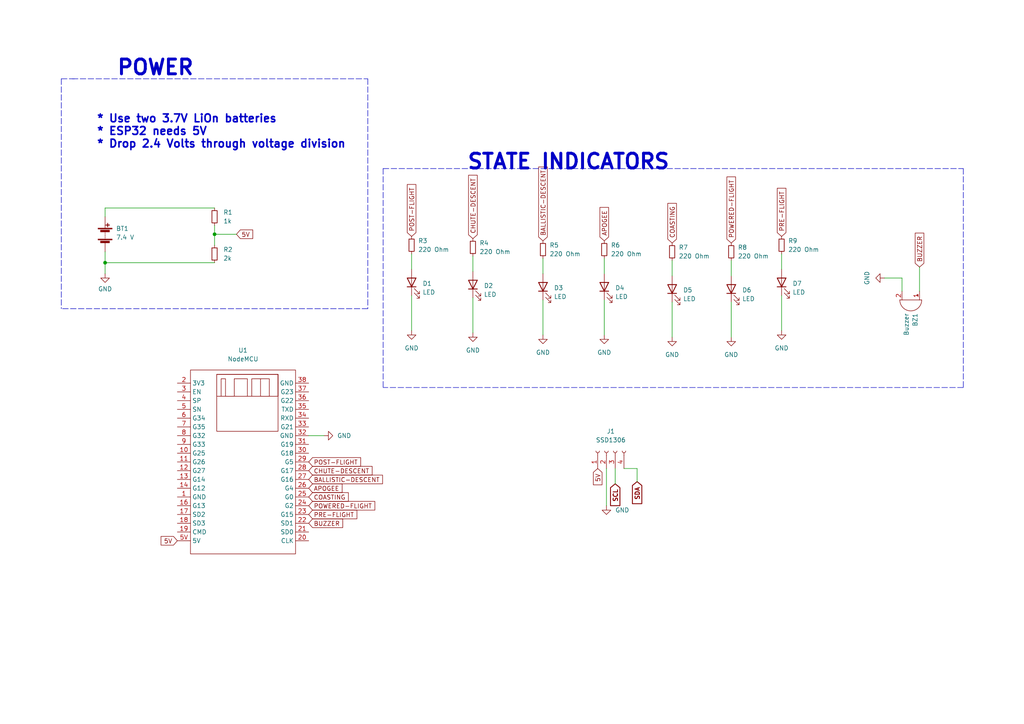
<source format=kicad_sch>
(kicad_sch (version 20211123) (generator eeschema)
  (paper "A4")
  (lib_symbols
    (symbol "Connector:Conn_01x04_Female" (pin_names (offset 1.016) hide)
      (property "Reference" "J" (at 0 5.08 0))
      (property "Value" "Conn_01x04_Female" (at 0 -7.62 0))
      (symbol "Conn_01x04_Female_1_1"
        (arc (start 0 -4.572) (mid -0.508 -5.08) (end 0 -5.588) (stroke (width 0.1524)))
        (arc (start 0 -2.032) (mid -0.508 -2.54) (end 0 -3.048) (stroke (width 0.1524)))
        (polyline (pts (xy -1.27 -5.08) (xy -0.508 -5.08)) (stroke (width 0.1524)))
        (polyline (pts (xy -1.27 -2.54) (xy -0.508 -2.54)) (stroke (width 0.1524)))
        (polyline (pts (xy -1.27 0) (xy -0.508 0)) (stroke (width 0.1524)))
        (polyline (pts (xy -1.27 2.54) (xy -0.508 2.54)) (stroke (width 0.1524)))
        (arc (start 0 0.508) (mid -0.508 0) (end 0 -0.508) (stroke (width 0.1524)))
        (arc (start 0 3.048) (mid -0.508 2.54) (end 0 2.032) (stroke (width 0.1524)))
        (pin passive line (at -5.08 2.54 0) (length 3.81) (name "Pin_1") (number "1"))
        (pin passive line (at -5.08 0 0) (length 3.81) (name "Pin_2") (number "2"))
        (pin passive line (at -5.08 -2.54 0) (length 3.81) (name "Pin_3") (number "3"))
        (pin passive line (at -5.08 -5.08 0) (length 3.81) (name "Pin_4") (number "4"))
      )
    )
    (symbol "DEV_BOARDS:NodeMCU"
      (property "Reference" "U" (at 13.97 3.81 0))
      (property "Value" "NodeMCU" (at 13.97 1.27 0))
      (symbol "NodeMCU_0_1"
        (polyline (pts (xy 20.32 -2.54) (xy 20.32 -7.62) (xy 22.86 -7.62) (xy 22.86 -2.54)))
        (polyline (pts (xy 22.86 -2.54) (xy 20.32 -2.54) (xy 17.78 -2.54) (xy 17.78 -7.62)))
        (polyline (pts (xy 8.89 -7.62) (xy 8.89 -2.54) (xy 10.16 -2.54) (xy 10.16 -7.62) (xy 12.7 -7.62) (xy 12.7 -2.54) (xy 16.51 -2.54) (xy 16.51 -7.62)))
        (rectangle (start 0 0) (end 30.48 -53.34))
        (rectangle (start 7.62 -1.27) (end 7.62 -1.27))
        (rectangle (start 7.62 -1.27) (end 7.62 -1.27))
        (rectangle (start 7.62 -1.27) (end 25.4 -17.78))
        (rectangle (start 25.4 -7.62) (end 7.62 -1.27))
      )
      (symbol "NodeMCU_1_1"
        (pin passive line (at -3.81 -36.83 0) (length 3.81) (name "GND") (number "1"))
        (pin passive line (at -3.81 -24.13 0) (length 3.81) (name "G25") (number "10"))
        (pin passive line (at -3.81 -26.67 0) (length 3.81) (name "G26") (number "11"))
        (pin passive line (at -3.81 -29.21 0) (length 3.81) (name "G27") (number "12"))
        (pin passive line (at -3.81 -31.75 0) (length 3.81) (name "G14") (number "13"))
        (pin passive line (at -3.81 -34.29 0) (length 3.81) (name "G12") (number "14"))
        (pin passive line (at -3.81 -39.37 0) (length 3.81) (name "G13") (number "16"))
        (pin passive line (at -3.81 -41.91 0) (length 3.81) (name "SD2") (number "17"))
        (pin passive line (at -3.81 -44.45 0) (length 3.81) (name "SD3") (number "18"))
        (pin passive line (at -3.81 -46.99 0) (length 3.81) (name "CMD") (number "19"))
        (pin passive line (at -3.81 -3.81 0) (length 3.81) (name "3V3") (number "2"))
        (pin passive line (at 34.29 -49.53 180) (length 3.81) (name "CLK") (number "20"))
        (pin passive line (at 34.29 -46.99 180) (length 3.81) (name "SD0") (number "21"))
        (pin passive line (at 34.29 -44.45 180) (length 3.81) (name "SD1") (number "22"))
        (pin passive line (at 34.29 -41.91 180) (length 3.81) (name "G15") (number "23"))
        (pin passive line (at 34.29 -39.37 180) (length 3.81) (name "G2") (number "24"))
        (pin passive line (at 34.29 -36.83 180) (length 3.81) (name "G0") (number "25"))
        (pin passive line (at 34.29 -34.29 180) (length 3.81) (name "G4") (number "26"))
        (pin passive line (at 34.29 -31.75 180) (length 3.81) (name "G16") (number "27"))
        (pin passive line (at 34.29 -29.21 180) (length 3.81) (name "G17") (number "28"))
        (pin passive line (at 34.29 -26.67 180) (length 3.81) (name "G5") (number "29"))
        (pin passive line (at -3.81 -6.35 0) (length 3.81) (name "EN") (number "3"))
        (pin passive line (at 34.29 -24.13 180) (length 3.81) (name "G18") (number "30"))
        (pin passive line (at 34.29 -21.59 180) (length 3.81) (name "G19") (number "31"))
        (pin passive line (at 34.29 -19.05 180) (length 3.81) (name "GND") (number "32"))
        (pin passive line (at 34.29 -16.51 180) (length 3.81) (name "G21") (number "33"))
        (pin passive line (at 34.29 -13.97 180) (length 3.81) (name "RXD") (number "34"))
        (pin passive line (at 34.29 -11.43 180) (length 3.81) (name "TXD") (number "35"))
        (pin passive line (at 34.29 -8.89 180) (length 3.81) (name "G22") (number "36"))
        (pin passive line (at 34.29 -6.35 180) (length 3.81) (name "G23") (number "37"))
        (pin passive line (at 34.29 -3.81 180) (length 3.81) (name "GND") (number "38"))
        (pin passive line (at -3.81 -8.89 0) (length 3.81) (name "SP") (number "4"))
        (pin passive line (at -3.81 -11.43 0) (length 3.81) (name "SN") (number "5"))
        (pin passive line (at -3.81 -49.53 0) (length 3.81) (name "5V") (number "5V"))
        (pin passive line (at -3.81 -13.97 0) (length 3.81) (name "G34") (number "6"))
        (pin passive line (at -3.81 -16.51 0) (length 3.81) (name "G35") (number "7"))
        (pin passive line (at -3.81 -19.05 0) (length 3.81) (name "G32") (number "8"))
        (pin passive line (at -3.81 -21.59 0) (length 3.81) (name "G33") (number "9"))
      )
    )
    (symbol "Device:Battery" (pin_numbers hide) (pin_names (offset 0) hide)
      (property "Reference" "BT" (at 2.54 2.54 0))
      (property "Value" "Battery" (at 2.54 0 0))
      (symbol "Battery_0_1"
        (rectangle (start -2.032 -1.397) (end 2.032 -1.651) (fill (type outline)))
        (rectangle (start -2.032 1.778) (end 2.032 1.524) (fill (type outline)))
        (rectangle (start -1.3208 -1.9812) (end 1.27 -2.4892) (fill (type outline)))
        (rectangle (start -1.3208 1.1938) (end 1.27 0.6858) (fill (type outline)))
        (polyline (pts (xy 0 -1.524) (xy 0 -1.27)))
        (polyline (pts (xy 0 -1.016) (xy 0 -0.762)))
        (polyline (pts (xy 0 -0.508) (xy 0 -0.254)))
        (polyline (pts (xy 0 0) (xy 0 0.254)))
        (polyline (pts (xy 0 0.508) (xy 0 0.762)))
        (polyline (pts (xy 0 1.778) (xy 0 2.54)))
        (polyline (pts (xy 0.254 2.667) (xy 1.27 2.667)) (stroke (width 0.254)))
        (polyline (pts (xy 0.762 3.175) (xy 0.762 2.159)) (stroke (width 0.254)))
      )
      (symbol "Battery_1_1"
        (pin passive line (at 0 5.08 270) (length 2.54) (name "+") (number "1"))
        (pin passive line (at 0 -5.08 90) (length 2.54) (name "-") (number "2"))
      )
    )
    (symbol "Device:Buzzer" (pin_names (offset 0.0254) hide)
      (property "Reference" "BZ" (at 3.81 1.27 0))
      (property "Value" "Buzzer" (at 3.81 -1.27 0))
      (symbol "Buzzer_0_1"
        (arc (start 0 -3.175) (mid 3.175 0) (end 0 3.175))
        (polyline (pts (xy -1.651 1.905) (xy -1.143 1.905)))
        (polyline (pts (xy -1.397 2.159) (xy -1.397 1.651)))
        (polyline (pts (xy 0 3.175) (xy 0 -3.175)))
      )
      (symbol "Buzzer_1_1"
        (pin passive line (at -2.54 2.54 0) (length 2.54) (name "-") (number "1"))
        (pin passive line (at -2.54 -2.54 0) (length 2.54) (name "+") (number "2"))
      )
    )
    (symbol "Device:LED" (pin_numbers hide) (pin_names (offset 1.016) hide)
      (property "Reference" "D" (at 0 2.54 0))
      (property "Value" "LED" (at 0 -2.54 0))
      (symbol "LED_0_1"
        (polyline (pts (xy -1.27 -1.27) (xy -1.27 1.27)) (stroke (width 0.254)))
        (polyline (pts (xy -1.27 0) (xy 1.27 0)))
        (polyline (pts (xy 1.27 -1.27) (xy 1.27 1.27) (xy -1.27 0) (xy 1.27 -1.27)) (stroke (width 0.254)))
        (polyline (pts (xy -3.048 -0.762) (xy -4.572 -2.286) (xy -3.81 -2.286) (xy -4.572 -2.286) (xy -4.572 -1.524)))
        (polyline (pts (xy -1.778 -0.762) (xy -3.302 -2.286) (xy -2.54 -2.286) (xy -3.302 -2.286) (xy -3.302 -1.524)))
      )
      (symbol "LED_1_1"
        (pin passive line (at -3.81 0 0) (length 2.54) (name "K") (number "1"))
        (pin passive line (at 3.81 0 180) (length 2.54) (name "A") (number "2"))
      )
    )
    (symbol "Device:R_Small" (pin_numbers hide) (pin_names (offset 0.254) hide)
      (property "Reference" "R" (at 0.762 0.508 0))
      (property "Value" "R_Small" (at 0.762 -1.016 0))
      (symbol "R_Small_0_1"
        (rectangle (start -0.762 1.778) (end 0.762 -1.778) (stroke (width 0.2032)))
      )
      (symbol "R_Small_1_1"
        (pin passive line (at 0 2.54 270) (length 0.762) (name "~") (number "1"))
        (pin passive line (at 0 -2.54 90) (length 0.762) (name "~") (number "2"))
      )
    )
    (symbol "power:GND" (power) (pin_names (offset 0))
      (property "Value" "GND" (at 0 -3.81 0))
      (symbol "GND_0_1"
        (polyline (pts (xy 0 0) (xy 0 -1.27) (xy 1.27 -1.27) (xy 0 -2.54) (xy -1.27 -1.27) (xy 0 -1.27)))
      )
      (symbol "GND_1_1"
        (pin power_in line (at 0 0 270) (length 0) hide (name "GND") (number "1"))
      )
    )
  )
  (junction (at 62.23 67.945))
  (junction (at 30.48 76.2))
  (wire (pts (xy 175.26 74.93) (xy 175.26 79.375)))
  (polyline (pts (xy 279.4 112.395) (xy 111.125 112.395)))
  (polyline (pts (xy 20.955 22.86) (xy 106.68 22.86)))
  (wire (pts (xy 119.38 85.725) (xy 119.38 95.885)))
  (wire (pts (xy 89.535 126.365) (xy 93.98 126.365)))
  (wire (pts (xy 62.23 67.945) (xy 68.58 67.945)))
  (wire (pts (xy 119.38 73.66) (xy 119.38 78.105)))
  (polyline (pts (xy 111.125 48.895) (xy 279.4 48.895)))
  (wire (pts (xy 212.09 75.565) (xy 212.09 80.01)))
  (wire (pts (xy 62.23 76.2) (xy 30.48 76.2)))
  (polyline (pts (xy 111.125 48.895) (xy 111.125 112.395)))
  (wire (pts (xy 137.16 74.295) (xy 137.16 78.74)))
  (wire (pts (xy 178.435 140.335) (xy 178.435 135.89)))
  (wire (pts (xy 30.48 76.2) (xy 30.48 79.375)))
  (wire (pts (xy 266.7 77.47) (xy 266.7 84.455)))
  (wire (pts (xy 226.695 85.725) (xy 226.695 95.885)))
  (wire (pts (xy 30.48 60.325) (xy 62.23 60.325)))
  (wire (pts (xy 62.23 67.945) (xy 62.23 71.12)))
  (wire (pts (xy 175.895 135.89) (xy 175.895 146.685)))
  (wire (pts (xy 62.23 65.405) (xy 62.23 67.945)))
  (polyline (pts (xy 17.78 22.86) (xy 21.59 22.86)))
  (wire (pts (xy 212.09 87.63) (xy 212.09 97.79)))
  (wire (pts (xy 175.26 86.995) (xy 175.26 97.155)))
  (polyline (pts (xy 279.4 48.895) (xy 279.4 112.395)))
  (polyline (pts (xy 106.68 22.86) (xy 106.68 89.535)))
  (wire (pts (xy 194.945 87.63) (xy 194.945 97.79)))
  (wire (pts (xy 184.785 139.7) (xy 184.785 135.89)))
  (wire (pts (xy 137.16 86.36) (xy 137.16 96.52)))
  (wire (pts (xy 157.48 86.995) (xy 157.48 97.155)))
  (wire (pts (xy 30.48 73.025) (xy 30.48 76.2)))
  (wire (pts (xy 256.54 80.645) (xy 261.62 80.645)))
  (wire (pts (xy 226.695 73.66) (xy 226.695 78.105)))
  (polyline (pts (xy 17.78 22.86) (xy 17.78 89.535)))
  (polyline (pts (xy 106.68 89.535) (xy 17.78 89.535)))
  (wire (pts (xy 261.62 80.645) (xy 261.62 84.455)))
  (wire (pts (xy 157.48 74.93) (xy 157.48 79.375)))
  (wire (pts (xy 30.48 62.865) (xy 30.48 60.325)))
  (wire (pts (xy 194.945 75.565) (xy 194.945 80.01)))
  (wire (pts (xy 184.785 135.89) (xy 180.975 135.89)))
  (text "STATE INDICATORS" (at 135.255 49.53 0) (effects (font (size 4.27 4.27) (thickness 0.854) bold) (justify left bottom)))
  (text "* Use two 3.7V LiOn batteries\n* ESP32 needs 5V\n* Drop 2.4 Volts through voltage division" (at 27.94 43.18 0) (effects (font (size 2.27 2.27) (thickness 0.454) bold) (justify left bottom)))
  (text "POWER" (at 33.655 22.225 0) (effects (font (size 4.27 4.27) (thickness 0.854) bold) (justify left bottom)))
  (global_label "BUZZER" (shape input) (at 89.535 151.765 0) (property "Intersheet References" "${INTERSHEET_REFS}" (effects hide)))
  (global_label "POWERED-FLIGHT" (shape input) (at 212.09 70.485 90) (property "Intersheet References" "${INTERSHEET_REFS}" (effects hide)))
  (global_label "5V" (shape input) (at 68.58 67.945 0) (property "Intersheet References" "${INTERSHEET_REFS}" (effects hide)))
  (global_label "APOGEE" (shape input) (at 89.535 141.605 0) (property "Intersheet References" "${INTERSHEET_REFS}" (effects hide)))
  (global_label "SCL" (shape input) (at 178.435 140.335 270) (effects (font bold)) (property "Intersheet References" "${INTERSHEET_REFS}" (effects hide)))
  (global_label "5V" (shape input) (at 173.355 135.89 270) (property "Intersheet References" "${INTERSHEET_REFS}" (effects hide)))
  (global_label "COASTING" (shape input) (at 89.535 144.145 0) (property "Intersheet References" "${INTERSHEET_REFS}" (effects hide)))
  (global_label "POST-FLIGHT" (shape input) (at 89.535 133.985 0) (property "Intersheet References" "${INTERSHEET_REFS}" (effects hide)))
  (global_label "BUZZER" (shape input) (at 266.7 77.47 90) (property "Intersheet References" "${INTERSHEET_REFS}" (effects hide)))
  (global_label "POWERED-FLIGHT" (shape input) (at 89.535 146.685 0) (property "Intersheet References" "${INTERSHEET_REFS}" (effects hide)))
  (global_label "CHUTE-DESCENT" (shape input) (at 137.16 69.215 90) (property "Intersheet References" "${INTERSHEET_REFS}" (effects hide)))
  (global_label "PRE-FLIGHT" (shape input) (at 89.535 149.225 0) (property "Intersheet References" "${INTERSHEET_REFS}" (effects hide)))
  (global_label "5V" (shape input) (at 51.435 156.845 180) (property "Intersheet References" "${INTERSHEET_REFS}" (effects hide)))
  (global_label "SDA" (shape input) (at 184.785 139.7 270) (effects (font bold)) (property "Intersheet References" "${INTERSHEET_REFS}" (effects hide)))
  (global_label "BALLISTIC-DESCENT" (shape input) (at 89.535 139.065 0) (property "Intersheet References" "${INTERSHEET_REFS}" (effects hide)))
  (global_label "APOGEE" (shape input) (at 175.26 69.85 90) (property "Intersheet References" "${INTERSHEET_REFS}" (effects hide)))
  (global_label "PRE-FLIGHT" (shape input) (at 226.695 68.58 90) (property "Intersheet References" "${INTERSHEET_REFS}" (effects hide)))
  (global_label "COASTING" (shape input) (at 194.945 70.485 90) (property "Intersheet References" "${INTERSHEET_REFS}" (effects hide)))
  (global_label "POST-FLIGHT" (shape input) (at 119.38 68.58 90) (property "Intersheet References" "${INTERSHEET_REFS}" (effects hide)))
  (global_label "CHUTE-DESCENT" (shape input) (at 89.535 136.525 0) (property "Intersheet References" "${INTERSHEET_REFS}" (effects hide)))
  (global_label "BALLISTIC-DESCENT" (shape input) (at 157.48 69.85 90) (property "Intersheet References" "${INTERSHEET_REFS}" (effects hide)))
  (symbol (lib_id "power:GND") (at 175.26 97.155 0) (unit 1)
    (property "Reference" "#PWR06" (effects hide))
    (property "Value" "GND" (at 175.26 102.235 0))
  )
  (symbol (lib_id "Device:R_Small") (at 212.09 73.025 0) (unit 1)
    (property "Reference" "R8" (at 213.995 71.7549 0) (effects (justify left)))
    (property "Value" "220 Ohm" (at 213.995 74.2949 0) (effects (justify left)))
    (property "Footprint" "Resistor_THT:R_Axial_DIN0207_L6.3mm_D2.5mm_P10.16mm_Horizontal" (effects hide))
  )
  (symbol (lib_id "power:GND") (at 175.895 146.685 0) (unit 1)
    (property "Reference" "#PWR0101" (effects hide))
    (property "Value" "GND" (at 178.435 147.9549 0) (effects (justify left)))
  )
  (symbol (lib_id "Device:LED") (at 157.48 83.185 90) (unit 1)
    (property "Reference" "D3" (at 160.655 83.5024 90) (effects (justify right)))
    (property "Value" "LED" (at 160.655 86.0424 90) (effects (justify right)))
    (property "Footprint" "LED_THT:LED_D3.0mm" (effects hide))
  )
  (symbol (lib_id "Device:R_Small") (at 194.945 73.025 0) (unit 1)
    (property "Reference" "R7" (at 196.85 71.7549 0) (effects (justify left)))
    (property "Value" "220 Ohm" (at 196.85 74.2949 0) (effects (justify left)))
    (property "Footprint" "Resistor_THT:R_Axial_DIN0207_L6.3mm_D2.5mm_P10.16mm_Horizontal" (effects hide))
  )
  (symbol (lib_id "power:GND") (at 137.16 96.52 0) (unit 1)
    (property "Reference" "#PWR04" (effects hide))
    (property "Value" "GND" (at 137.16 101.6 0))
  )
  (symbol (lib_id "Device:LED") (at 137.16 82.55 90) (unit 1)
    (property "Reference" "D2" (at 140.335 82.8674 90) (effects (justify right)))
    (property "Value" "LED" (at 140.335 85.4074 90) (effects (justify right)))
    (property "Footprint" "LED_THT:LED_D3.0mm" (effects hide))
  )
  (symbol (lib_id "power:GND") (at 226.695 95.885 0) (unit 1)
    (property "Reference" "#PWR09" (effects hide))
    (property "Value" "GND" (at 226.695 100.965 0))
  )
  (symbol (lib_id "power:GND") (at 93.98 126.365 90) (unit 1)
    (property "Reference" "#PWR02" (effects hide))
    (property "Value" "GND" (at 97.79 126.3649 90) (effects (justify right)))
  )
  (symbol (lib_id "power:GND") (at 212.09 97.79 0) (unit 1)
    (property "Reference" "#PWR08" (effects hide))
    (property "Value" "GND" (at 212.09 102.87 0))
  )
  (symbol (lib_id "Device:R_Small") (at 119.38 71.12 0) (unit 1)
    (property "Reference" "R3" (at 121.285 69.8499 0) (effects (justify left)))
    (property "Value" "220 Ohm" (at 121.285 72.3899 0) (effects (justify left)))
    (property "Footprint" "Resistor_THT:R_Axial_DIN0207_L6.3mm_D2.5mm_P10.16mm_Horizontal" (effects hide))
  )
  (symbol (lib_id "Device:LED") (at 212.09 83.82 90) (unit 1)
    (property "Reference" "D6" (at 215.265 84.1374 90) (effects (justify right)))
    (property "Value" "LED" (at 215.265 86.6774 90) (effects (justify right)))
    (property "Footprint" "LED_THT:LED_D3.0mm" (effects hide))
  )
  (symbol (lib_id "Device:R_Small") (at 226.695 71.12 0) (unit 1)
    (property "Reference" "R9" (at 228.6 69.8499 0) (effects (justify left)))
    (property "Value" "220 Ohm" (at 228.6 72.3899 0) (effects (justify left)))
    (property "Footprint" "Resistor_THT:R_Axial_DIN0207_L6.3mm_D2.5mm_P10.16mm_Horizontal" (effects hide))
  )
  (symbol (lib_id "power:GND") (at 194.945 97.79 0) (unit 1)
    (property "Reference" "#PWR07" (effects hide))
    (property "Value" "GND" (at 194.945 102.87 0))
  )
  (symbol (lib_id "Connector:Conn_01x04_Female") (at 175.895 130.81 90) (unit 1)
    (property "Reference" "J1" (at 177.165 125.095 90))
    (property "Value" "SSD1306" (at 177.165 127.635 90))
    (property "Footprint" "Connector_PinHeader_2.54mm:PinHeader_1x04_P2.54mm_Vertical" (effects hide))
  )
  (symbol (lib_id "power:GND") (at 119.38 95.885 0) (unit 1)
    (property "Reference" "#PWR03" (effects hide))
    (property "Value" "GND" (at 119.38 100.965 0))
  )
  (symbol (lib_id "Device:LED") (at 175.26 83.185 90) (unit 1)
    (property "Reference" "D4" (at 178.435 83.5024 90) (effects (justify right)))
    (property "Value" "LED" (at 178.435 86.0424 90) (effects (justify right)))
    (property "Footprint" "LED_THT:LED_D3.0mm" (effects hide))
  )
  (symbol (lib_id "DEV_BOARDS:NodeMCU") (at 55.245 107.315 0) (unit 1)
    (property "Reference" "U1" (at 70.485 101.6 0))
    (property "Value" "NodeMCU" (at 70.485 104.14 0))
    (property "Footprint" "custom-footprints:NODEMCU" (effects hide))
  )
  (symbol (lib_id "Device:R_Small") (at 62.23 62.865 0) (unit 1)
    (property "Reference" "R1" (at 64.77 61.5949 0) (effects (justify left)))
    (property "Value" "1k" (at 64.77 64.1349 0) (effects (justify left)))
    (property "Footprint" "Resistor_THT:R_Axial_DIN0207_L6.3mm_D2.5mm_P10.16mm_Horizontal" (effects hide))
  )
  (symbol (lib_id "Device:LED") (at 194.945 83.82 90) (unit 1)
    (property "Reference" "D5" (at 198.12 84.1374 90) (effects (justify right)))
    (property "Value" "LED" (at 198.12 86.6774 90) (effects (justify right)))
    (property "Footprint" "LED_THT:LED_D3.0mm" (effects hide))
  )
  (symbol (lib_id "power:GND") (at 157.48 97.155 0) (unit 1)
    (property "Reference" "#PWR05" (effects hide))
    (property "Value" "GND" (at 157.48 102.235 0))
  )
  (symbol (lib_id "Device:Buzzer") (at 264.16 86.995 270) (unit 1)
    (property "Reference" "BZ1" (at 265.4301 90.805 0) (effects (justify left)))
    (property "Value" "Buzzer" (at 262.8901 90.805 0) (effects (justify left)))
    (property "Footprint" "Connector_JST:JST_EH_B2B-EH-A_1x02_P2.50mm_Vertical" (effects hide))
  )
  (symbol (lib_id "Device:R_Small") (at 175.26 72.39 0) (unit 1)
    (property "Reference" "R6" (at 177.165 71.1199 0) (effects (justify left)))
    (property "Value" "220 Ohm" (at 177.165 73.6599 0) (effects (justify left)))
    (property "Footprint" "Resistor_THT:R_Axial_DIN0207_L6.3mm_D2.5mm_P10.16mm_Horizontal" (effects hide))
  )
  (symbol (lib_id "power:GND") (at 256.54 80.645 270) (unit 1)
    (property "Reference" "#PWR010" (effects hide))
    (property "Value" "GND" (at 251.46 80.645 0))
  )
  (symbol (lib_id "Device:Battery") (at 30.48 67.945 0) (unit 1)
    (property "Reference" "BT1" (at 33.655 66.2939 0) (effects (justify left)))
    (property "Value" "7.4 V" (at 33.655 68.8339 0) (effects (justify left)))
    (property "Footprint" "TerminalBlock:TerminalBlock_Altech_AK300-2_P5.00mm" (effects hide))
  )
  (symbol (lib_id "Device:LED") (at 119.38 81.915 90) (unit 1)
    (property "Reference" "D1" (at 122.555 82.2324 90) (effects (justify right)))
    (property "Value" "LED" (at 122.555 84.7724 90) (effects (justify right)))
    (property "Footprint" "LED_THT:LED_D3.0mm" (effects hide))
  )
  (symbol (lib_id "Device:R_Small") (at 137.16 71.755 0) (unit 1)
    (property "Reference" "R4" (at 139.065 70.4849 0) (effects (justify left)))
    (property "Value" "220 Ohm" (at 139.065 73.0249 0) (effects (justify left)))
    (property "Footprint" "Resistor_THT:R_Axial_DIN0207_L6.3mm_D2.5mm_P10.16mm_Horizontal" (effects hide))
  )
  (symbol (lib_id "power:GND") (at 30.48 79.375 0) (unit 1)
    (property "Reference" "#PWR01" (effects hide))
    (property "Value" "GND" (at 30.48 83.82 0))
  )
  (symbol (lib_id "Device:R_Small") (at 157.48 72.39 0) (unit 1)
    (property "Reference" "R5" (at 159.385 71.1199 0) (effects (justify left)))
    (property "Value" "220 Ohm" (at 159.385 73.6599 0) (effects (justify left)))
    (property "Footprint" "Resistor_THT:R_Axial_DIN0207_L6.3mm_D2.5mm_P10.16mm_Horizontal" (effects hide))
  )
  (symbol (lib_id "Device:R_Small") (at 62.23 73.66 0) (unit 1)
    (property "Reference" "R2" (at 64.77 72.3899 0) (effects (justify left)))
    (property "Value" "2k" (at 64.77 74.9299 0) (effects (justify left)))
    (property "Footprint" "Resistor_THT:R_Axial_DIN0207_L6.3mm_D2.5mm_P10.16mm_Horizontal" (effects hide))
  )
  (symbol (lib_id "Device:LED") (at 226.695 81.915 90) (unit 1)
    (property "Reference" "D7" (at 229.87 82.2324 90) (effects (justify right)))
    (property "Value" "LED" (at 229.87 84.7724 90) (effects (justify right)))
    (property "Footprint" "LED_THT:LED_D3.0mm" (effects hide))
  )
)
</source>
